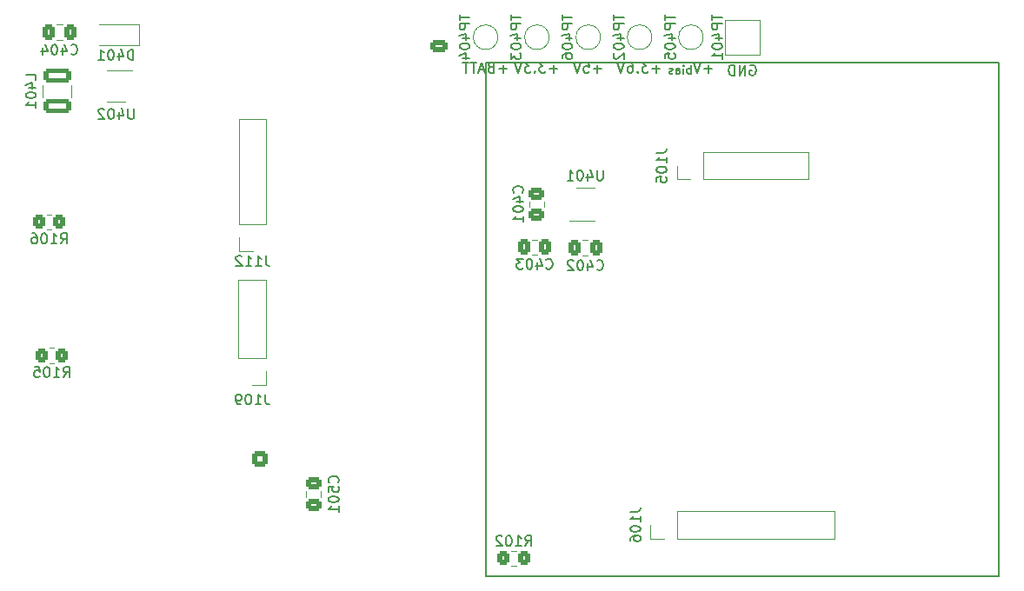
<source format=gbo>
G04 #@! TF.GenerationSoftware,KiCad,Pcbnew,6.0.6-1.fc36*
G04 #@! TF.CreationDate,2022-07-29T11:51:08+02:00*
G04 #@! TF.ProjectId,CosmicWatch-ventidue,436f736d-6963-4576-9174-63682d76656e,rev?*
G04 #@! TF.SameCoordinates,Original*
G04 #@! TF.FileFunction,Legend,Bot*
G04 #@! TF.FilePolarity,Positive*
%FSLAX46Y46*%
G04 Gerber Fmt 4.6, Leading zero omitted, Abs format (unit mm)*
G04 Created by KiCad (PCBNEW 6.0.6-1.fc36) date 2022-07-29 11:51:08*
%MOMM*%
%LPD*%
G01*
G04 APERTURE LIST*
G04 Aperture macros list*
%AMRoundRect*
0 Rectangle with rounded corners*
0 $1 Rounding radius*
0 $2 $3 $4 $5 $6 $7 $8 $9 X,Y pos of 4 corners*
0 Add a 4 corners polygon primitive as box body*
4,1,4,$2,$3,$4,$5,$6,$7,$8,$9,$2,$3,0*
0 Add four circle primitives for the rounded corners*
1,1,$1+$1,$2,$3*
1,1,$1+$1,$4,$5*
1,1,$1+$1,$6,$7*
1,1,$1+$1,$8,$9*
0 Add four rect primitives between the rounded corners*
20,1,$1+$1,$2,$3,$4,$5,0*
20,1,$1+$1,$4,$5,$6,$7,0*
20,1,$1+$1,$6,$7,$8,$9,0*
20,1,$1+$1,$8,$9,$2,$3,0*%
G04 Aperture macros list end*
%ADD10C,0.150000*%
%ADD11C,0.120000*%
%ADD12R,1.700000X1.700000*%
%ADD13O,1.700000X1.700000*%
%ADD14R,2.000000X2.000000*%
%ADD15C,2.000000*%
%ADD16C,1.308000*%
%ADD17C,1.258000*%
%ADD18C,1.208000*%
%ADD19RoundRect,0.250000X-0.625000X0.350000X-0.625000X-0.350000X0.625000X-0.350000X0.625000X0.350000X0*%
%ADD20O,1.750000X1.200000*%
%ADD21C,3.250000*%
%ADD22RoundRect,0.250500X-0.499500X-0.499500X0.499500X-0.499500X0.499500X0.499500X-0.499500X0.499500X0*%
%ADD23C,1.500000*%
%ADD24C,2.500000*%
%ADD25RoundRect,0.250000X-0.475000X0.337500X-0.475000X-0.337500X0.475000X-0.337500X0.475000X0.337500X0*%
%ADD26RoundRect,0.250000X-0.337500X-0.475000X0.337500X-0.475000X0.337500X0.475000X-0.337500X0.475000X0*%
%ADD27RoundRect,0.250000X0.337500X0.475000X-0.337500X0.475000X-0.337500X-0.475000X0.337500X-0.475000X0*%
%ADD28R,1.560000X0.650000*%
%ADD29R,2.000000X0.650000*%
%ADD30RoundRect,0.250000X-0.350000X-0.450000X0.350000X-0.450000X0.350000X0.450000X-0.350000X0.450000X0*%
%ADD31RoundRect,0.250001X1.074999X-0.462499X1.074999X0.462499X-1.074999X0.462499X-1.074999X-0.462499X0*%
%ADD32RoundRect,0.250000X0.475000X-0.337500X0.475000X0.337500X-0.475000X0.337500X-0.475000X-0.337500X0*%
%ADD33R,0.900000X1.200000*%
%ADD34RoundRect,0.250000X0.350000X0.450000X-0.350000X0.450000X-0.350000X-0.450000X0.350000X-0.450000X0*%
%ADD35R,3.000000X3.000000*%
G04 APERTURE END LIST*
D10*
X99000000Y-106000000D02*
X149000000Y-106000000D01*
X149000000Y-106000000D02*
X149000000Y-56000000D01*
X149000000Y-56000000D02*
X99000000Y-56000000D01*
X99000000Y-56000000D02*
X99000000Y-106000000D01*
X101071428Y-56571428D02*
X100309523Y-56571428D01*
X100690476Y-56952380D02*
X100690476Y-56190476D01*
X99500000Y-56428571D02*
X99357142Y-56476190D01*
X99309523Y-56523809D01*
X99261904Y-56619047D01*
X99261904Y-56761904D01*
X99309523Y-56857142D01*
X99357142Y-56904761D01*
X99452380Y-56952380D01*
X99833333Y-56952380D01*
X99833333Y-55952380D01*
X99500000Y-55952380D01*
X99404761Y-56000000D01*
X99357142Y-56047619D01*
X99309523Y-56142857D01*
X99309523Y-56238095D01*
X99357142Y-56333333D01*
X99404761Y-56380952D01*
X99500000Y-56428571D01*
X99833333Y-56428571D01*
X98880952Y-56666666D02*
X98404761Y-56666666D01*
X98976190Y-56952380D02*
X98642857Y-55952380D01*
X98309523Y-56952380D01*
X98119047Y-55952380D02*
X97547619Y-55952380D01*
X97833333Y-56952380D02*
X97833333Y-55952380D01*
X97357142Y-55952380D02*
X96785714Y-55952380D01*
X97071428Y-56952380D02*
X97071428Y-55952380D01*
X121047619Y-56571428D02*
X120285714Y-56571428D01*
X120666666Y-56952380D02*
X120666666Y-56190476D01*
X119952380Y-55952380D02*
X119619047Y-56952380D01*
X119285714Y-55952380D01*
X119000000Y-57061904D02*
X119000000Y-56261904D01*
X119000000Y-56566666D02*
X118923809Y-56528571D01*
X118771428Y-56528571D01*
X118695238Y-56566666D01*
X118657142Y-56604761D01*
X118619047Y-56680952D01*
X118619047Y-56909523D01*
X118657142Y-56985714D01*
X118695238Y-57023809D01*
X118771428Y-57061904D01*
X118923809Y-57061904D01*
X119000000Y-57023809D01*
X118276190Y-57061904D02*
X118276190Y-56528571D01*
X118276190Y-56261904D02*
X118314285Y-56300000D01*
X118276190Y-56338095D01*
X118238095Y-56300000D01*
X118276190Y-56261904D01*
X118276190Y-56338095D01*
X117552380Y-57061904D02*
X117552380Y-56642857D01*
X117590476Y-56566666D01*
X117666666Y-56528571D01*
X117819047Y-56528571D01*
X117895238Y-56566666D01*
X117552380Y-57023809D02*
X117628571Y-57061904D01*
X117819047Y-57061904D01*
X117895238Y-57023809D01*
X117933333Y-56947619D01*
X117933333Y-56871428D01*
X117895238Y-56795238D01*
X117819047Y-56757142D01*
X117628571Y-56757142D01*
X117552380Y-56719047D01*
X117209523Y-57023809D02*
X117133333Y-57061904D01*
X116980952Y-57061904D01*
X116904761Y-57023809D01*
X116866666Y-56947619D01*
X116866666Y-56909523D01*
X116904761Y-56833333D01*
X116980952Y-56795238D01*
X117095238Y-56795238D01*
X117171428Y-56757142D01*
X117209523Y-56680952D01*
X117209523Y-56642857D01*
X117171428Y-56566666D01*
X117095238Y-56528571D01*
X116980952Y-56528571D01*
X116904761Y-56566666D01*
X124761904Y-56250000D02*
X124857142Y-56202380D01*
X125000000Y-56202380D01*
X125142857Y-56250000D01*
X125238095Y-56345238D01*
X125285714Y-56440476D01*
X125333333Y-56630952D01*
X125333333Y-56773809D01*
X125285714Y-56964285D01*
X125238095Y-57059523D01*
X125142857Y-57154761D01*
X125000000Y-57202380D01*
X124904761Y-57202380D01*
X124761904Y-57154761D01*
X124714285Y-57107142D01*
X124714285Y-56773809D01*
X124904761Y-56773809D01*
X124285714Y-57202380D02*
X124285714Y-56202380D01*
X123714285Y-57202380D01*
X123714285Y-56202380D01*
X123238095Y-57202380D02*
X123238095Y-56202380D01*
X123000000Y-56202380D01*
X122857142Y-56250000D01*
X122761904Y-56345238D01*
X122714285Y-56440476D01*
X122666666Y-56630952D01*
X122666666Y-56773809D01*
X122714285Y-56964285D01*
X122761904Y-57059523D01*
X122857142Y-57154761D01*
X123000000Y-57202380D01*
X123238095Y-57202380D01*
X110285714Y-56571428D02*
X109523809Y-56571428D01*
X109904761Y-56952380D02*
X109904761Y-56190476D01*
X108571428Y-55952380D02*
X109047619Y-55952380D01*
X109095238Y-56428571D01*
X109047619Y-56380952D01*
X108952380Y-56333333D01*
X108714285Y-56333333D01*
X108619047Y-56380952D01*
X108571428Y-56428571D01*
X108523809Y-56523809D01*
X108523809Y-56761904D01*
X108571428Y-56857142D01*
X108619047Y-56904761D01*
X108714285Y-56952380D01*
X108952380Y-56952380D01*
X109047619Y-56904761D01*
X109095238Y-56857142D01*
X108238095Y-55952380D02*
X107904761Y-56952380D01*
X107571428Y-55952380D01*
X116000000Y-56571428D02*
X115238095Y-56571428D01*
X115619047Y-56952380D02*
X115619047Y-56190476D01*
X114857142Y-55952380D02*
X114238095Y-55952380D01*
X114571428Y-56333333D01*
X114428571Y-56333333D01*
X114333333Y-56380952D01*
X114285714Y-56428571D01*
X114238095Y-56523809D01*
X114238095Y-56761904D01*
X114285714Y-56857142D01*
X114333333Y-56904761D01*
X114428571Y-56952380D01*
X114714285Y-56952380D01*
X114809523Y-56904761D01*
X114857142Y-56857142D01*
X113809523Y-56857142D02*
X113761904Y-56904761D01*
X113809523Y-56952380D01*
X113857142Y-56904761D01*
X113809523Y-56857142D01*
X113809523Y-56952380D01*
X112904761Y-55952380D02*
X113095238Y-55952380D01*
X113190476Y-56000000D01*
X113238095Y-56047619D01*
X113333333Y-56190476D01*
X113380952Y-56380952D01*
X113380952Y-56761904D01*
X113333333Y-56857142D01*
X113285714Y-56904761D01*
X113190476Y-56952380D01*
X113000000Y-56952380D01*
X112904761Y-56904761D01*
X112857142Y-56857142D01*
X112809523Y-56761904D01*
X112809523Y-56523809D01*
X112857142Y-56428571D01*
X112904761Y-56380952D01*
X113000000Y-56333333D01*
X113190476Y-56333333D01*
X113285714Y-56380952D01*
X113333333Y-56428571D01*
X113380952Y-56523809D01*
X112523809Y-55952380D02*
X112190476Y-56952380D01*
X111857142Y-55952380D01*
X106000000Y-56571428D02*
X105238095Y-56571428D01*
X105619047Y-56952380D02*
X105619047Y-56190476D01*
X104857142Y-55952380D02*
X104238095Y-55952380D01*
X104571428Y-56333333D01*
X104428571Y-56333333D01*
X104333333Y-56380952D01*
X104285714Y-56428571D01*
X104238095Y-56523809D01*
X104238095Y-56761904D01*
X104285714Y-56857142D01*
X104333333Y-56904761D01*
X104428571Y-56952380D01*
X104714285Y-56952380D01*
X104809523Y-56904761D01*
X104857142Y-56857142D01*
X103809523Y-56857142D02*
X103761904Y-56904761D01*
X103809523Y-56952380D01*
X103857142Y-56904761D01*
X103809523Y-56857142D01*
X103809523Y-56952380D01*
X103428571Y-55952380D02*
X102809523Y-55952380D01*
X103142857Y-56333333D01*
X103000000Y-56333333D01*
X102904761Y-56380952D01*
X102857142Y-56428571D01*
X102809523Y-56523809D01*
X102809523Y-56761904D01*
X102857142Y-56857142D01*
X102904761Y-56904761D01*
X103000000Y-56952380D01*
X103285714Y-56952380D01*
X103380952Y-56904761D01*
X103428571Y-56857142D01*
X102523809Y-55952380D02*
X102190476Y-56952380D01*
X101857142Y-55952380D01*
X106454380Y-51285714D02*
X106454380Y-51857142D01*
X107454380Y-51571428D02*
X106454380Y-51571428D01*
X107454380Y-52190476D02*
X106454380Y-52190476D01*
X106454380Y-52571428D01*
X106502000Y-52666666D01*
X106549619Y-52714285D01*
X106644857Y-52761904D01*
X106787714Y-52761904D01*
X106882952Y-52714285D01*
X106930571Y-52666666D01*
X106978190Y-52571428D01*
X106978190Y-52190476D01*
X106787714Y-53619047D02*
X107454380Y-53619047D01*
X106406761Y-53380952D02*
X107121047Y-53142857D01*
X107121047Y-53761904D01*
X106454380Y-54333333D02*
X106454380Y-54428571D01*
X106502000Y-54523809D01*
X106549619Y-54571428D01*
X106644857Y-54619047D01*
X106835333Y-54666666D01*
X107073428Y-54666666D01*
X107263904Y-54619047D01*
X107359142Y-54571428D01*
X107406761Y-54523809D01*
X107454380Y-54428571D01*
X107454380Y-54333333D01*
X107406761Y-54238095D01*
X107359142Y-54190476D01*
X107263904Y-54142857D01*
X107073428Y-54095238D01*
X106835333Y-54095238D01*
X106644857Y-54142857D01*
X106549619Y-54190476D01*
X106502000Y-54238095D01*
X106454380Y-54333333D01*
X106454380Y-55523809D02*
X106454380Y-55333333D01*
X106502000Y-55238095D01*
X106549619Y-55190476D01*
X106692476Y-55095238D01*
X106882952Y-55047619D01*
X107263904Y-55047619D01*
X107359142Y-55095238D01*
X107406761Y-55142857D01*
X107454380Y-55238095D01*
X107454380Y-55428571D01*
X107406761Y-55523809D01*
X107359142Y-55571428D01*
X107263904Y-55619047D01*
X107025809Y-55619047D01*
X106930571Y-55571428D01*
X106882952Y-55523809D01*
X106835333Y-55428571D01*
X106835333Y-55238095D01*
X106882952Y-55142857D01*
X106930571Y-55095238D01*
X107025809Y-55047619D01*
X84607142Y-96880952D02*
X84654761Y-96833333D01*
X84702380Y-96690476D01*
X84702380Y-96595238D01*
X84654761Y-96452380D01*
X84559523Y-96357142D01*
X84464285Y-96309523D01*
X84273809Y-96261904D01*
X84130952Y-96261904D01*
X83940476Y-96309523D01*
X83845238Y-96357142D01*
X83750000Y-96452380D01*
X83702380Y-96595238D01*
X83702380Y-96690476D01*
X83750000Y-96833333D01*
X83797619Y-96880952D01*
X83702380Y-97785714D02*
X83702380Y-97309523D01*
X84178571Y-97261904D01*
X84130952Y-97309523D01*
X84083333Y-97404761D01*
X84083333Y-97642857D01*
X84130952Y-97738095D01*
X84178571Y-97785714D01*
X84273809Y-97833333D01*
X84511904Y-97833333D01*
X84607142Y-97785714D01*
X84654761Y-97738095D01*
X84702380Y-97642857D01*
X84702380Y-97404761D01*
X84654761Y-97309523D01*
X84607142Y-97261904D01*
X83702380Y-98452380D02*
X83702380Y-98547619D01*
X83750000Y-98642857D01*
X83797619Y-98690476D01*
X83892857Y-98738095D01*
X84083333Y-98785714D01*
X84321428Y-98785714D01*
X84511904Y-98738095D01*
X84607142Y-98690476D01*
X84654761Y-98642857D01*
X84702380Y-98547619D01*
X84702380Y-98452380D01*
X84654761Y-98357142D01*
X84607142Y-98309523D01*
X84511904Y-98261904D01*
X84321428Y-98214285D01*
X84083333Y-98214285D01*
X83892857Y-98261904D01*
X83797619Y-98309523D01*
X83750000Y-98357142D01*
X83702380Y-98452380D01*
X84702380Y-99738095D02*
X84702380Y-99166666D01*
X84702380Y-99452380D02*
X83702380Y-99452380D01*
X83845238Y-99357142D01*
X83940476Y-99261904D01*
X83988095Y-99166666D01*
X113082380Y-99714285D02*
X113796666Y-99714285D01*
X113939523Y-99666666D01*
X114034761Y-99571428D01*
X114082380Y-99428571D01*
X114082380Y-99333333D01*
X114082380Y-100714285D02*
X114082380Y-100142857D01*
X114082380Y-100428571D02*
X113082380Y-100428571D01*
X113225238Y-100333333D01*
X113320476Y-100238095D01*
X113368095Y-100142857D01*
X113082380Y-101333333D02*
X113082380Y-101428571D01*
X113130000Y-101523809D01*
X113177619Y-101571428D01*
X113272857Y-101619047D01*
X113463333Y-101666666D01*
X113701428Y-101666666D01*
X113891904Y-101619047D01*
X113987142Y-101571428D01*
X114034761Y-101523809D01*
X114082380Y-101428571D01*
X114082380Y-101333333D01*
X114034761Y-101238095D01*
X113987142Y-101190476D01*
X113891904Y-101142857D01*
X113701428Y-101095238D01*
X113463333Y-101095238D01*
X113272857Y-101142857D01*
X113177619Y-101190476D01*
X113130000Y-101238095D01*
X113082380Y-101333333D01*
X113082380Y-102523809D02*
X113082380Y-102333333D01*
X113130000Y-102238095D01*
X113177619Y-102190476D01*
X113320476Y-102095238D01*
X113510952Y-102047619D01*
X113891904Y-102047619D01*
X113987142Y-102095238D01*
X114034761Y-102142857D01*
X114082380Y-102238095D01*
X114082380Y-102428571D01*
X114034761Y-102523809D01*
X113987142Y-102571428D01*
X113891904Y-102619047D01*
X113653809Y-102619047D01*
X113558571Y-102571428D01*
X113510952Y-102523809D01*
X113463333Y-102428571D01*
X113463333Y-102238095D01*
X113510952Y-102142857D01*
X113558571Y-102095238D01*
X113653809Y-102047619D01*
X104894047Y-75987142D02*
X104941666Y-76034761D01*
X105084523Y-76082380D01*
X105179761Y-76082380D01*
X105322619Y-76034761D01*
X105417857Y-75939523D01*
X105465476Y-75844285D01*
X105513095Y-75653809D01*
X105513095Y-75510952D01*
X105465476Y-75320476D01*
X105417857Y-75225238D01*
X105322619Y-75130000D01*
X105179761Y-75082380D01*
X105084523Y-75082380D01*
X104941666Y-75130000D01*
X104894047Y-75177619D01*
X104036904Y-75415714D02*
X104036904Y-76082380D01*
X104275000Y-75034761D02*
X104513095Y-75749047D01*
X103894047Y-75749047D01*
X103322619Y-75082380D02*
X103227380Y-75082380D01*
X103132142Y-75130000D01*
X103084523Y-75177619D01*
X103036904Y-75272857D01*
X102989285Y-75463333D01*
X102989285Y-75701428D01*
X103036904Y-75891904D01*
X103084523Y-75987142D01*
X103132142Y-76034761D01*
X103227380Y-76082380D01*
X103322619Y-76082380D01*
X103417857Y-76034761D01*
X103465476Y-75987142D01*
X103513095Y-75891904D01*
X103560714Y-75701428D01*
X103560714Y-75463333D01*
X103513095Y-75272857D01*
X103465476Y-75177619D01*
X103417857Y-75130000D01*
X103322619Y-75082380D01*
X102655952Y-75082380D02*
X102036904Y-75082380D01*
X102370238Y-75463333D01*
X102227380Y-75463333D01*
X102132142Y-75510952D01*
X102084523Y-75558571D01*
X102036904Y-75653809D01*
X102036904Y-75891904D01*
X102084523Y-75987142D01*
X102132142Y-76034761D01*
X102227380Y-76082380D01*
X102513095Y-76082380D01*
X102608333Y-76034761D01*
X102655952Y-75987142D01*
X58619047Y-55107142D02*
X58666666Y-55154761D01*
X58809523Y-55202380D01*
X58904761Y-55202380D01*
X59047619Y-55154761D01*
X59142857Y-55059523D01*
X59190476Y-54964285D01*
X59238095Y-54773809D01*
X59238095Y-54630952D01*
X59190476Y-54440476D01*
X59142857Y-54345238D01*
X59047619Y-54250000D01*
X58904761Y-54202380D01*
X58809523Y-54202380D01*
X58666666Y-54250000D01*
X58619047Y-54297619D01*
X57761904Y-54535714D02*
X57761904Y-55202380D01*
X58000000Y-54154761D02*
X58238095Y-54869047D01*
X57619047Y-54869047D01*
X57047619Y-54202380D02*
X56952380Y-54202380D01*
X56857142Y-54250000D01*
X56809523Y-54297619D01*
X56761904Y-54392857D01*
X56714285Y-54583333D01*
X56714285Y-54821428D01*
X56761904Y-55011904D01*
X56809523Y-55107142D01*
X56857142Y-55154761D01*
X56952380Y-55202380D01*
X57047619Y-55202380D01*
X57142857Y-55154761D01*
X57190476Y-55107142D01*
X57238095Y-55011904D01*
X57285714Y-54821428D01*
X57285714Y-54583333D01*
X57238095Y-54392857D01*
X57190476Y-54297619D01*
X57142857Y-54250000D01*
X57047619Y-54202380D01*
X55857142Y-54535714D02*
X55857142Y-55202380D01*
X56095238Y-54154761D02*
X56333333Y-54869047D01*
X55714285Y-54869047D01*
X110426785Y-66452380D02*
X110426785Y-67261904D01*
X110379166Y-67357142D01*
X110331547Y-67404761D01*
X110236309Y-67452380D01*
X110045833Y-67452380D01*
X109950595Y-67404761D01*
X109902976Y-67357142D01*
X109855357Y-67261904D01*
X109855357Y-66452380D01*
X108950595Y-66785714D02*
X108950595Y-67452380D01*
X109188690Y-66404761D02*
X109426785Y-67119047D01*
X108807738Y-67119047D01*
X108236309Y-66452380D02*
X108141071Y-66452380D01*
X108045833Y-66500000D01*
X107998214Y-66547619D01*
X107950595Y-66642857D01*
X107902976Y-66833333D01*
X107902976Y-67071428D01*
X107950595Y-67261904D01*
X107998214Y-67357142D01*
X108045833Y-67404761D01*
X108141071Y-67452380D01*
X108236309Y-67452380D01*
X108331547Y-67404761D01*
X108379166Y-67357142D01*
X108426785Y-67261904D01*
X108474404Y-67071428D01*
X108474404Y-66833333D01*
X108426785Y-66642857D01*
X108379166Y-66547619D01*
X108331547Y-66500000D01*
X108236309Y-66452380D01*
X106950595Y-67452380D02*
X107522023Y-67452380D01*
X107236309Y-67452380D02*
X107236309Y-66452380D01*
X107331547Y-66595238D01*
X107426785Y-66690476D01*
X107522023Y-66738095D01*
X64754285Y-60452380D02*
X64754285Y-61261904D01*
X64706666Y-61357142D01*
X64659047Y-61404761D01*
X64563809Y-61452380D01*
X64373333Y-61452380D01*
X64278095Y-61404761D01*
X64230476Y-61357142D01*
X64182857Y-61261904D01*
X64182857Y-60452380D01*
X63278095Y-60785714D02*
X63278095Y-61452380D01*
X63516190Y-60404761D02*
X63754285Y-61119047D01*
X63135238Y-61119047D01*
X62563809Y-60452380D02*
X62468571Y-60452380D01*
X62373333Y-60500000D01*
X62325714Y-60547619D01*
X62278095Y-60642857D01*
X62230476Y-60833333D01*
X62230476Y-61071428D01*
X62278095Y-61261904D01*
X62325714Y-61357142D01*
X62373333Y-61404761D01*
X62468571Y-61452380D01*
X62563809Y-61452380D01*
X62659047Y-61404761D01*
X62706666Y-61357142D01*
X62754285Y-61261904D01*
X62801904Y-61071428D01*
X62801904Y-60833333D01*
X62754285Y-60642857D01*
X62706666Y-60547619D01*
X62659047Y-60500000D01*
X62563809Y-60452380D01*
X61849523Y-60547619D02*
X61801904Y-60500000D01*
X61706666Y-60452380D01*
X61468571Y-60452380D01*
X61373333Y-60500000D01*
X61325714Y-60547619D01*
X61278095Y-60642857D01*
X61278095Y-60738095D01*
X61325714Y-60880952D01*
X61897142Y-61452380D01*
X61278095Y-61452380D01*
X77560714Y-88272380D02*
X77560714Y-88986666D01*
X77608333Y-89129523D01*
X77703571Y-89224761D01*
X77846428Y-89272380D01*
X77941666Y-89272380D01*
X76560714Y-89272380D02*
X77132142Y-89272380D01*
X76846428Y-89272380D02*
X76846428Y-88272380D01*
X76941666Y-88415238D01*
X77036904Y-88510476D01*
X77132142Y-88558095D01*
X75941666Y-88272380D02*
X75846428Y-88272380D01*
X75751190Y-88320000D01*
X75703571Y-88367619D01*
X75655952Y-88462857D01*
X75608333Y-88653333D01*
X75608333Y-88891428D01*
X75655952Y-89081904D01*
X75703571Y-89177142D01*
X75751190Y-89224761D01*
X75846428Y-89272380D01*
X75941666Y-89272380D01*
X76036904Y-89224761D01*
X76084523Y-89177142D01*
X76132142Y-89081904D01*
X76179761Y-88891428D01*
X76179761Y-88653333D01*
X76132142Y-88462857D01*
X76084523Y-88367619D01*
X76036904Y-88320000D01*
X75941666Y-88272380D01*
X75132142Y-89272380D02*
X74941666Y-89272380D01*
X74846428Y-89224761D01*
X74798809Y-89177142D01*
X74703571Y-89034285D01*
X74655952Y-88843809D01*
X74655952Y-88462857D01*
X74703571Y-88367619D01*
X74751190Y-88320000D01*
X74846428Y-88272380D01*
X75036904Y-88272380D01*
X75132142Y-88320000D01*
X75179761Y-88367619D01*
X75227380Y-88462857D01*
X75227380Y-88700952D01*
X75179761Y-88796190D01*
X75132142Y-88843809D01*
X75036904Y-88891428D01*
X74846428Y-88891428D01*
X74751190Y-88843809D01*
X74703571Y-88796190D01*
X74655952Y-88700952D01*
X57619047Y-73602380D02*
X57952380Y-73126190D01*
X58190476Y-73602380D02*
X58190476Y-72602380D01*
X57809523Y-72602380D01*
X57714285Y-72650000D01*
X57666666Y-72697619D01*
X57619047Y-72792857D01*
X57619047Y-72935714D01*
X57666666Y-73030952D01*
X57714285Y-73078571D01*
X57809523Y-73126190D01*
X58190476Y-73126190D01*
X56666666Y-73602380D02*
X57238095Y-73602380D01*
X56952380Y-73602380D02*
X56952380Y-72602380D01*
X57047619Y-72745238D01*
X57142857Y-72840476D01*
X57238095Y-72888095D01*
X56047619Y-72602380D02*
X55952380Y-72602380D01*
X55857142Y-72650000D01*
X55809523Y-72697619D01*
X55761904Y-72792857D01*
X55714285Y-72983333D01*
X55714285Y-73221428D01*
X55761904Y-73411904D01*
X55809523Y-73507142D01*
X55857142Y-73554761D01*
X55952380Y-73602380D01*
X56047619Y-73602380D01*
X56142857Y-73554761D01*
X56190476Y-73507142D01*
X56238095Y-73411904D01*
X56285714Y-73221428D01*
X56285714Y-72983333D01*
X56238095Y-72792857D01*
X56190476Y-72697619D01*
X56142857Y-72650000D01*
X56047619Y-72602380D01*
X54857142Y-72602380D02*
X55047619Y-72602380D01*
X55142857Y-72650000D01*
X55190476Y-72697619D01*
X55285714Y-72840476D01*
X55333333Y-73030952D01*
X55333333Y-73411904D01*
X55285714Y-73507142D01*
X55238095Y-73554761D01*
X55142857Y-73602380D01*
X54952380Y-73602380D01*
X54857142Y-73554761D01*
X54809523Y-73507142D01*
X54761904Y-73411904D01*
X54761904Y-73173809D01*
X54809523Y-73078571D01*
X54857142Y-73030952D01*
X54952380Y-72983333D01*
X55142857Y-72983333D01*
X55238095Y-73030952D01*
X55285714Y-73078571D01*
X55333333Y-73173809D01*
X96454380Y-51285714D02*
X96454380Y-51857142D01*
X97454380Y-51571428D02*
X96454380Y-51571428D01*
X97454380Y-52190476D02*
X96454380Y-52190476D01*
X96454380Y-52571428D01*
X96502000Y-52666666D01*
X96549619Y-52714285D01*
X96644857Y-52761904D01*
X96787714Y-52761904D01*
X96882952Y-52714285D01*
X96930571Y-52666666D01*
X96978190Y-52571428D01*
X96978190Y-52190476D01*
X96787714Y-53619047D02*
X97454380Y-53619047D01*
X96406761Y-53380952D02*
X97121047Y-53142857D01*
X97121047Y-53761904D01*
X96454380Y-54333333D02*
X96454380Y-54428571D01*
X96502000Y-54523809D01*
X96549619Y-54571428D01*
X96644857Y-54619047D01*
X96835333Y-54666666D01*
X97073428Y-54666666D01*
X97263904Y-54619047D01*
X97359142Y-54571428D01*
X97406761Y-54523809D01*
X97454380Y-54428571D01*
X97454380Y-54333333D01*
X97406761Y-54238095D01*
X97359142Y-54190476D01*
X97263904Y-54142857D01*
X97073428Y-54095238D01*
X96835333Y-54095238D01*
X96644857Y-54142857D01*
X96549619Y-54190476D01*
X96502000Y-54238095D01*
X96454380Y-54333333D01*
X96787714Y-55523809D02*
X97454380Y-55523809D01*
X96406761Y-55285714D02*
X97121047Y-55047619D01*
X97121047Y-55666666D01*
X101454380Y-51285714D02*
X101454380Y-51857142D01*
X102454380Y-51571428D02*
X101454380Y-51571428D01*
X102454380Y-52190476D02*
X101454380Y-52190476D01*
X101454380Y-52571428D01*
X101502000Y-52666666D01*
X101549619Y-52714285D01*
X101644857Y-52761904D01*
X101787714Y-52761904D01*
X101882952Y-52714285D01*
X101930571Y-52666666D01*
X101978190Y-52571428D01*
X101978190Y-52190476D01*
X101787714Y-53619047D02*
X102454380Y-53619047D01*
X101406761Y-53380952D02*
X102121047Y-53142857D01*
X102121047Y-53761904D01*
X101454380Y-54333333D02*
X101454380Y-54428571D01*
X101502000Y-54523809D01*
X101549619Y-54571428D01*
X101644857Y-54619047D01*
X101835333Y-54666666D01*
X102073428Y-54666666D01*
X102263904Y-54619047D01*
X102359142Y-54571428D01*
X102406761Y-54523809D01*
X102454380Y-54428571D01*
X102454380Y-54333333D01*
X102406761Y-54238095D01*
X102359142Y-54190476D01*
X102263904Y-54142857D01*
X102073428Y-54095238D01*
X101835333Y-54095238D01*
X101644857Y-54142857D01*
X101549619Y-54190476D01*
X101502000Y-54238095D01*
X101454380Y-54333333D01*
X101454380Y-55000000D02*
X101454380Y-55619047D01*
X101835333Y-55285714D01*
X101835333Y-55428571D01*
X101882952Y-55523809D01*
X101930571Y-55571428D01*
X102025809Y-55619047D01*
X102263904Y-55619047D01*
X102359142Y-55571428D01*
X102406761Y-55523809D01*
X102454380Y-55428571D01*
X102454380Y-55142857D01*
X102406761Y-55047619D01*
X102359142Y-55000000D01*
X55202380Y-57630952D02*
X55202380Y-57154761D01*
X54202380Y-57154761D01*
X54535714Y-58392857D02*
X55202380Y-58392857D01*
X54154761Y-58154761D02*
X54869047Y-57916666D01*
X54869047Y-58535714D01*
X54202380Y-59107142D02*
X54202380Y-59202380D01*
X54250000Y-59297619D01*
X54297619Y-59345238D01*
X54392857Y-59392857D01*
X54583333Y-59440476D01*
X54821428Y-59440476D01*
X55011904Y-59392857D01*
X55107142Y-59345238D01*
X55154761Y-59297619D01*
X55202380Y-59202380D01*
X55202380Y-59107142D01*
X55154761Y-59011904D01*
X55107142Y-58964285D01*
X55011904Y-58916666D01*
X54821428Y-58869047D01*
X54583333Y-58869047D01*
X54392857Y-58916666D01*
X54297619Y-58964285D01*
X54250000Y-59011904D01*
X54202380Y-59107142D01*
X55202380Y-60392857D02*
X55202380Y-59821428D01*
X55202380Y-60107142D02*
X54202380Y-60107142D01*
X54345238Y-60011904D01*
X54440476Y-59916666D01*
X54488095Y-59821428D01*
X116454380Y-51285714D02*
X116454380Y-51857142D01*
X117454380Y-51571428D02*
X116454380Y-51571428D01*
X117454380Y-52190476D02*
X116454380Y-52190476D01*
X116454380Y-52571428D01*
X116502000Y-52666666D01*
X116549619Y-52714285D01*
X116644857Y-52761904D01*
X116787714Y-52761904D01*
X116882952Y-52714285D01*
X116930571Y-52666666D01*
X116978190Y-52571428D01*
X116978190Y-52190476D01*
X116787714Y-53619047D02*
X117454380Y-53619047D01*
X116406761Y-53380952D02*
X117121047Y-53142857D01*
X117121047Y-53761904D01*
X116454380Y-54333333D02*
X116454380Y-54428571D01*
X116502000Y-54523809D01*
X116549619Y-54571428D01*
X116644857Y-54619047D01*
X116835333Y-54666666D01*
X117073428Y-54666666D01*
X117263904Y-54619047D01*
X117359142Y-54571428D01*
X117406761Y-54523809D01*
X117454380Y-54428571D01*
X117454380Y-54333333D01*
X117406761Y-54238095D01*
X117359142Y-54190476D01*
X117263904Y-54142857D01*
X117073428Y-54095238D01*
X116835333Y-54095238D01*
X116644857Y-54142857D01*
X116549619Y-54190476D01*
X116502000Y-54238095D01*
X116454380Y-54333333D01*
X116454380Y-55571428D02*
X116454380Y-55095238D01*
X116930571Y-55047619D01*
X116882952Y-55095238D01*
X116835333Y-55190476D01*
X116835333Y-55428571D01*
X116882952Y-55523809D01*
X116930571Y-55571428D01*
X117025809Y-55619047D01*
X117263904Y-55619047D01*
X117359142Y-55571428D01*
X117406761Y-55523809D01*
X117454380Y-55428571D01*
X117454380Y-55190476D01*
X117406761Y-55095238D01*
X117359142Y-55047619D01*
X57869047Y-86602380D02*
X58202380Y-86126190D01*
X58440476Y-86602380D02*
X58440476Y-85602380D01*
X58059523Y-85602380D01*
X57964285Y-85650000D01*
X57916666Y-85697619D01*
X57869047Y-85792857D01*
X57869047Y-85935714D01*
X57916666Y-86030952D01*
X57964285Y-86078571D01*
X58059523Y-86126190D01*
X58440476Y-86126190D01*
X56916666Y-86602380D02*
X57488095Y-86602380D01*
X57202380Y-86602380D02*
X57202380Y-85602380D01*
X57297619Y-85745238D01*
X57392857Y-85840476D01*
X57488095Y-85888095D01*
X56297619Y-85602380D02*
X56202380Y-85602380D01*
X56107142Y-85650000D01*
X56059523Y-85697619D01*
X56011904Y-85792857D01*
X55964285Y-85983333D01*
X55964285Y-86221428D01*
X56011904Y-86411904D01*
X56059523Y-86507142D01*
X56107142Y-86554761D01*
X56202380Y-86602380D01*
X56297619Y-86602380D01*
X56392857Y-86554761D01*
X56440476Y-86507142D01*
X56488095Y-86411904D01*
X56535714Y-86221428D01*
X56535714Y-85983333D01*
X56488095Y-85792857D01*
X56440476Y-85697619D01*
X56392857Y-85650000D01*
X56297619Y-85602380D01*
X55059523Y-85602380D02*
X55535714Y-85602380D01*
X55583333Y-86078571D01*
X55535714Y-86030952D01*
X55440476Y-85983333D01*
X55202380Y-85983333D01*
X55107142Y-86030952D01*
X55059523Y-86078571D01*
X55011904Y-86173809D01*
X55011904Y-86411904D01*
X55059523Y-86507142D01*
X55107142Y-86554761D01*
X55202380Y-86602380D01*
X55440476Y-86602380D01*
X55535714Y-86554761D01*
X55583333Y-86507142D01*
X109831547Y-76107142D02*
X109879166Y-76154761D01*
X110022023Y-76202380D01*
X110117261Y-76202380D01*
X110260119Y-76154761D01*
X110355357Y-76059523D01*
X110402976Y-75964285D01*
X110450595Y-75773809D01*
X110450595Y-75630952D01*
X110402976Y-75440476D01*
X110355357Y-75345238D01*
X110260119Y-75250000D01*
X110117261Y-75202380D01*
X110022023Y-75202380D01*
X109879166Y-75250000D01*
X109831547Y-75297619D01*
X108974404Y-75535714D02*
X108974404Y-76202380D01*
X109212500Y-75154761D02*
X109450595Y-75869047D01*
X108831547Y-75869047D01*
X108260119Y-75202380D02*
X108164880Y-75202380D01*
X108069642Y-75250000D01*
X108022023Y-75297619D01*
X107974404Y-75392857D01*
X107926785Y-75583333D01*
X107926785Y-75821428D01*
X107974404Y-76011904D01*
X108022023Y-76107142D01*
X108069642Y-76154761D01*
X108164880Y-76202380D01*
X108260119Y-76202380D01*
X108355357Y-76154761D01*
X108402976Y-76107142D01*
X108450595Y-76011904D01*
X108498214Y-75821428D01*
X108498214Y-75583333D01*
X108450595Y-75392857D01*
X108402976Y-75297619D01*
X108355357Y-75250000D01*
X108260119Y-75202380D01*
X107545833Y-75297619D02*
X107498214Y-75250000D01*
X107402976Y-75202380D01*
X107164880Y-75202380D01*
X107069642Y-75250000D01*
X107022023Y-75297619D01*
X106974404Y-75392857D01*
X106974404Y-75488095D01*
X107022023Y-75630952D01*
X107593452Y-76202380D01*
X106974404Y-76202380D01*
X102569642Y-68630952D02*
X102617261Y-68583333D01*
X102664880Y-68440476D01*
X102664880Y-68345238D01*
X102617261Y-68202380D01*
X102522023Y-68107142D01*
X102426785Y-68059523D01*
X102236309Y-68011904D01*
X102093452Y-68011904D01*
X101902976Y-68059523D01*
X101807738Y-68107142D01*
X101712500Y-68202380D01*
X101664880Y-68345238D01*
X101664880Y-68440476D01*
X101712500Y-68583333D01*
X101760119Y-68630952D01*
X101998214Y-69488095D02*
X102664880Y-69488095D01*
X101617261Y-69250000D02*
X102331547Y-69011904D01*
X102331547Y-69630952D01*
X101664880Y-70202380D02*
X101664880Y-70297619D01*
X101712500Y-70392857D01*
X101760119Y-70440476D01*
X101855357Y-70488095D01*
X102045833Y-70535714D01*
X102283928Y-70535714D01*
X102474404Y-70488095D01*
X102569642Y-70440476D01*
X102617261Y-70392857D01*
X102664880Y-70297619D01*
X102664880Y-70202380D01*
X102617261Y-70107142D01*
X102569642Y-70059523D01*
X102474404Y-70011904D01*
X102283928Y-69964285D01*
X102045833Y-69964285D01*
X101855357Y-70011904D01*
X101760119Y-70059523D01*
X101712500Y-70107142D01*
X101664880Y-70202380D01*
X102664880Y-71488095D02*
X102664880Y-70916666D01*
X102664880Y-71202380D02*
X101664880Y-71202380D01*
X101807738Y-71107142D01*
X101902976Y-71011904D01*
X101950595Y-70916666D01*
X111454380Y-51285714D02*
X111454380Y-51857142D01*
X112454380Y-51571428D02*
X111454380Y-51571428D01*
X112454380Y-52190476D02*
X111454380Y-52190476D01*
X111454380Y-52571428D01*
X111502000Y-52666666D01*
X111549619Y-52714285D01*
X111644857Y-52761904D01*
X111787714Y-52761904D01*
X111882952Y-52714285D01*
X111930571Y-52666666D01*
X111978190Y-52571428D01*
X111978190Y-52190476D01*
X111787714Y-53619047D02*
X112454380Y-53619047D01*
X111406761Y-53380952D02*
X112121047Y-53142857D01*
X112121047Y-53761904D01*
X111454380Y-54333333D02*
X111454380Y-54428571D01*
X111502000Y-54523809D01*
X111549619Y-54571428D01*
X111644857Y-54619047D01*
X111835333Y-54666666D01*
X112073428Y-54666666D01*
X112263904Y-54619047D01*
X112359142Y-54571428D01*
X112406761Y-54523809D01*
X112454380Y-54428571D01*
X112454380Y-54333333D01*
X112406761Y-54238095D01*
X112359142Y-54190476D01*
X112263904Y-54142857D01*
X112073428Y-54095238D01*
X111835333Y-54095238D01*
X111644857Y-54142857D01*
X111549619Y-54190476D01*
X111502000Y-54238095D01*
X111454380Y-54333333D01*
X111549619Y-55047619D02*
X111502000Y-55095238D01*
X111454380Y-55190476D01*
X111454380Y-55428571D01*
X111502000Y-55523809D01*
X111549619Y-55571428D01*
X111644857Y-55619047D01*
X111740095Y-55619047D01*
X111882952Y-55571428D01*
X112454380Y-55000000D01*
X112454380Y-55619047D01*
X64690476Y-55702380D02*
X64690476Y-54702380D01*
X64452380Y-54702380D01*
X64309523Y-54750000D01*
X64214285Y-54845238D01*
X64166666Y-54940476D01*
X64119047Y-55130952D01*
X64119047Y-55273809D01*
X64166666Y-55464285D01*
X64214285Y-55559523D01*
X64309523Y-55654761D01*
X64452380Y-55702380D01*
X64690476Y-55702380D01*
X63261904Y-55035714D02*
X63261904Y-55702380D01*
X63500000Y-54654761D02*
X63738095Y-55369047D01*
X63119047Y-55369047D01*
X62547619Y-54702380D02*
X62452380Y-54702380D01*
X62357142Y-54750000D01*
X62309523Y-54797619D01*
X62261904Y-54892857D01*
X62214285Y-55083333D01*
X62214285Y-55321428D01*
X62261904Y-55511904D01*
X62309523Y-55607142D01*
X62357142Y-55654761D01*
X62452380Y-55702380D01*
X62547619Y-55702380D01*
X62642857Y-55654761D01*
X62690476Y-55607142D01*
X62738095Y-55511904D01*
X62785714Y-55321428D01*
X62785714Y-55083333D01*
X62738095Y-54892857D01*
X62690476Y-54797619D01*
X62642857Y-54750000D01*
X62547619Y-54702380D01*
X61261904Y-55702380D02*
X61833333Y-55702380D01*
X61547619Y-55702380D02*
X61547619Y-54702380D01*
X61642857Y-54845238D01*
X61738095Y-54940476D01*
X61833333Y-54988095D01*
X102869047Y-103052380D02*
X103202380Y-102576190D01*
X103440476Y-103052380D02*
X103440476Y-102052380D01*
X103059523Y-102052380D01*
X102964285Y-102100000D01*
X102916666Y-102147619D01*
X102869047Y-102242857D01*
X102869047Y-102385714D01*
X102916666Y-102480952D01*
X102964285Y-102528571D01*
X103059523Y-102576190D01*
X103440476Y-102576190D01*
X101916666Y-103052380D02*
X102488095Y-103052380D01*
X102202380Y-103052380D02*
X102202380Y-102052380D01*
X102297619Y-102195238D01*
X102392857Y-102290476D01*
X102488095Y-102338095D01*
X101297619Y-102052380D02*
X101202380Y-102052380D01*
X101107142Y-102100000D01*
X101059523Y-102147619D01*
X101011904Y-102242857D01*
X100964285Y-102433333D01*
X100964285Y-102671428D01*
X101011904Y-102861904D01*
X101059523Y-102957142D01*
X101107142Y-103004761D01*
X101202380Y-103052380D01*
X101297619Y-103052380D01*
X101392857Y-103004761D01*
X101440476Y-102957142D01*
X101488095Y-102861904D01*
X101535714Y-102671428D01*
X101535714Y-102433333D01*
X101488095Y-102242857D01*
X101440476Y-102147619D01*
X101392857Y-102100000D01*
X101297619Y-102052380D01*
X100583333Y-102147619D02*
X100535714Y-102100000D01*
X100440476Y-102052380D01*
X100202380Y-102052380D01*
X100107142Y-102100000D01*
X100059523Y-102147619D01*
X100011904Y-102242857D01*
X100011904Y-102338095D01*
X100059523Y-102480952D01*
X100630952Y-103052380D01*
X100011904Y-103052380D01*
X115632380Y-64739285D02*
X116346666Y-64739285D01*
X116489523Y-64691666D01*
X116584761Y-64596428D01*
X116632380Y-64453571D01*
X116632380Y-64358333D01*
X116632380Y-65739285D02*
X116632380Y-65167857D01*
X116632380Y-65453571D02*
X115632380Y-65453571D01*
X115775238Y-65358333D01*
X115870476Y-65263095D01*
X115918095Y-65167857D01*
X115632380Y-66358333D02*
X115632380Y-66453571D01*
X115680000Y-66548809D01*
X115727619Y-66596428D01*
X115822857Y-66644047D01*
X116013333Y-66691666D01*
X116251428Y-66691666D01*
X116441904Y-66644047D01*
X116537142Y-66596428D01*
X116584761Y-66548809D01*
X116632380Y-66453571D01*
X116632380Y-66358333D01*
X116584761Y-66263095D01*
X116537142Y-66215476D01*
X116441904Y-66167857D01*
X116251428Y-66120238D01*
X116013333Y-66120238D01*
X115822857Y-66167857D01*
X115727619Y-66215476D01*
X115680000Y-66263095D01*
X115632380Y-66358333D01*
X115632380Y-67596428D02*
X115632380Y-67120238D01*
X116108571Y-67072619D01*
X116060952Y-67120238D01*
X116013333Y-67215476D01*
X116013333Y-67453571D01*
X116060952Y-67548809D01*
X116108571Y-67596428D01*
X116203809Y-67644047D01*
X116441904Y-67644047D01*
X116537142Y-67596428D01*
X116584761Y-67548809D01*
X116632380Y-67453571D01*
X116632380Y-67215476D01*
X116584761Y-67120238D01*
X116537142Y-67072619D01*
X77585714Y-74782380D02*
X77585714Y-75496666D01*
X77633333Y-75639523D01*
X77728571Y-75734761D01*
X77871428Y-75782380D01*
X77966666Y-75782380D01*
X76585714Y-75782380D02*
X77157142Y-75782380D01*
X76871428Y-75782380D02*
X76871428Y-74782380D01*
X76966666Y-74925238D01*
X77061904Y-75020476D01*
X77157142Y-75068095D01*
X75633333Y-75782380D02*
X76204761Y-75782380D01*
X75919047Y-75782380D02*
X75919047Y-74782380D01*
X76014285Y-74925238D01*
X76109523Y-75020476D01*
X76204761Y-75068095D01*
X75252380Y-74877619D02*
X75204761Y-74830000D01*
X75109523Y-74782380D01*
X74871428Y-74782380D01*
X74776190Y-74830000D01*
X74728571Y-74877619D01*
X74680952Y-74972857D01*
X74680952Y-75068095D01*
X74728571Y-75210952D01*
X75300000Y-75782380D01*
X74680952Y-75782380D01*
X121054380Y-51285714D02*
X121054380Y-51857142D01*
X122054380Y-51571428D02*
X121054380Y-51571428D01*
X122054380Y-52190476D02*
X121054380Y-52190476D01*
X121054380Y-52571428D01*
X121102000Y-52666666D01*
X121149619Y-52714285D01*
X121244857Y-52761904D01*
X121387714Y-52761904D01*
X121482952Y-52714285D01*
X121530571Y-52666666D01*
X121578190Y-52571428D01*
X121578190Y-52190476D01*
X121387714Y-53619047D02*
X122054380Y-53619047D01*
X121006761Y-53380952D02*
X121721047Y-53142857D01*
X121721047Y-53761904D01*
X121054380Y-54333333D02*
X121054380Y-54428571D01*
X121102000Y-54523809D01*
X121149619Y-54571428D01*
X121244857Y-54619047D01*
X121435333Y-54666666D01*
X121673428Y-54666666D01*
X121863904Y-54619047D01*
X121959142Y-54571428D01*
X122006761Y-54523809D01*
X122054380Y-54428571D01*
X122054380Y-54333333D01*
X122006761Y-54238095D01*
X121959142Y-54190476D01*
X121863904Y-54142857D01*
X121673428Y-54095238D01*
X121435333Y-54095238D01*
X121244857Y-54142857D01*
X121149619Y-54190476D01*
X121102000Y-54238095D01*
X121054380Y-54333333D01*
X122054380Y-55619047D02*
X122054380Y-55047619D01*
X122054380Y-55333333D02*
X121054380Y-55333333D01*
X121197238Y-55238095D01*
X121292476Y-55142857D01*
X121340095Y-55047619D01*
D11*
X110200000Y-53500000D02*
G75*
G03*
X110200000Y-53500000I-1200000J0D01*
G01*
X81515000Y-97738748D02*
X81515000Y-98261252D01*
X82985000Y-97738748D02*
X82985000Y-98261252D01*
X115070000Y-101000000D02*
X115070000Y-102330000D01*
X132970000Y-99670000D02*
X132970000Y-102330000D01*
X117670000Y-99670000D02*
X117670000Y-102330000D01*
X117670000Y-99670000D02*
X132970000Y-99670000D01*
X117670000Y-102330000D02*
X132970000Y-102330000D01*
X115070000Y-102330000D02*
X116400000Y-102330000D01*
X103513748Y-74685000D02*
X104036252Y-74685000D01*
X103513748Y-73215000D02*
X104036252Y-73215000D01*
X57761252Y-53735000D02*
X57238748Y-53735000D01*
X57761252Y-52265000D02*
X57238748Y-52265000D01*
X107812500Y-68140000D02*
X109612500Y-68140000D01*
X109612500Y-71360000D02*
X107162500Y-71360000D01*
X62160000Y-56740000D02*
X64590000Y-56740000D01*
X63920000Y-59810000D02*
X62160000Y-59810000D01*
X74945000Y-84780000D02*
X74945000Y-77100000D01*
X74945000Y-77100000D02*
X77605000Y-77100000D01*
X77605000Y-87380000D02*
X77605000Y-86050000D01*
X74945000Y-84780000D02*
X77605000Y-84780000D01*
X76275000Y-87380000D02*
X77605000Y-87380000D01*
X77605000Y-84780000D02*
X77605000Y-77100000D01*
X56272936Y-72235000D02*
X56727064Y-72235000D01*
X56272936Y-70765000D02*
X56727064Y-70765000D01*
X100200000Y-53500000D02*
G75*
G03*
X100200000Y-53500000I-1200000J0D01*
G01*
X105200000Y-53500000D02*
G75*
G03*
X105200000Y-53500000I-1200000J0D01*
G01*
X55890000Y-59352064D02*
X55890000Y-58147936D01*
X58610000Y-59352064D02*
X58610000Y-58147936D01*
X120200000Y-53500000D02*
G75*
G03*
X120200000Y-53500000I-1200000J0D01*
G01*
X56522936Y-83765000D02*
X56977064Y-83765000D01*
X56522936Y-85235000D02*
X56977064Y-85235000D01*
X108973752Y-74735000D02*
X108451248Y-74735000D01*
X108973752Y-73265000D02*
X108451248Y-73265000D01*
X103227500Y-70011252D02*
X103227500Y-69488748D01*
X104697500Y-70011252D02*
X104697500Y-69488748D01*
X115200000Y-53500000D02*
G75*
G03*
X115200000Y-53500000I-1200000J0D01*
G01*
X65250000Y-54250000D02*
X61350000Y-54250000D01*
X65250000Y-52250000D02*
X61350000Y-52250000D01*
X65250000Y-52250000D02*
X65250000Y-54250000D01*
X101977064Y-103515000D02*
X101522936Y-103515000D01*
X101977064Y-104985000D02*
X101522936Y-104985000D01*
X120220000Y-67355000D02*
X130440000Y-67355000D01*
X130440000Y-64695000D02*
X130440000Y-67355000D01*
X120220000Y-64695000D02*
X120220000Y-67355000D01*
X117620000Y-66025000D02*
X117620000Y-67355000D01*
X120220000Y-64695000D02*
X130440000Y-64695000D01*
X117620000Y-67355000D02*
X118950000Y-67355000D01*
X74970000Y-71730000D02*
X77630000Y-71730000D01*
X77630000Y-71730000D02*
X77630000Y-61510000D01*
X74970000Y-74330000D02*
X76300000Y-74330000D01*
X74970000Y-71730000D02*
X74970000Y-61510000D01*
X74970000Y-73000000D02*
X74970000Y-74330000D01*
X74970000Y-61510000D02*
X77630000Y-61510000D01*
X122300000Y-51800000D02*
X122300000Y-55200000D01*
X125700000Y-51800000D02*
X122300000Y-51800000D01*
X122300000Y-55200000D02*
X125700000Y-55200000D01*
X125700000Y-55200000D02*
X125700000Y-51800000D01*
%LPC*%
D12*
X94275000Y-106000000D03*
D13*
X94275000Y-103460000D03*
X94275000Y-100920000D03*
X94275000Y-98380000D03*
X94275000Y-95840000D03*
X94275000Y-93300000D03*
X94275000Y-90760000D03*
D12*
X86290000Y-53250000D03*
D13*
X83750000Y-53250000D03*
X81210000Y-53250000D03*
X78670000Y-53250000D03*
X76130000Y-53250000D03*
D12*
X116380000Y-61000000D03*
D13*
X118920000Y-61000000D03*
X121460000Y-61000000D03*
X124000000Y-61000000D03*
X126540000Y-61000000D03*
X129080000Y-61000000D03*
X131620000Y-61000000D03*
D14*
X105500000Y-104120785D03*
D15*
X105500000Y-99120785D03*
D16*
X68120000Y-107170000D03*
X68120000Y-104630000D03*
X68120000Y-102090000D03*
X68120000Y-99550000D03*
X68120000Y-74150000D03*
X52880000Y-104630000D03*
X63040000Y-63990000D03*
X68120000Y-97010000D03*
X68120000Y-94470000D03*
D17*
X65070000Y-103360000D03*
D16*
X68120000Y-91930000D03*
X68120000Y-89390000D03*
X68120000Y-86850000D03*
X68120000Y-84310000D03*
X68120000Y-81770000D03*
X68120000Y-79230000D03*
X68120000Y-76690000D03*
X52880000Y-76690000D03*
X52880000Y-79230000D03*
X52880000Y-81770000D03*
X52880000Y-84310000D03*
X52880000Y-86850000D03*
X52880000Y-89390000D03*
X52880000Y-91930000D03*
X52880000Y-94470000D03*
X52880000Y-97010000D03*
X52880000Y-99550000D03*
X52880000Y-102090000D03*
X68120000Y-71610000D03*
X68120000Y-69070000D03*
X68120000Y-66530000D03*
X68120000Y-63990000D03*
X68120000Y-61450000D03*
X68120000Y-58910000D03*
X68120000Y-56370000D03*
X68120000Y-53830000D03*
X68120000Y-51290000D03*
X52880000Y-51290000D03*
X52880000Y-53830000D03*
X52880000Y-56370000D03*
X52880000Y-58910000D03*
X52880000Y-61450000D03*
X52880000Y-63990000D03*
X52880000Y-66530000D03*
X52880000Y-69070000D03*
X52880000Y-71610000D03*
D17*
X65070000Y-98280000D03*
X65070000Y-100820000D03*
D16*
X68120000Y-109710000D03*
X52880000Y-74150000D03*
X52880000Y-107170000D03*
X60500000Y-63990000D03*
D18*
X57330000Y-94740000D03*
X57330000Y-96740000D03*
D16*
X55420000Y-63990000D03*
X57960000Y-63990000D03*
D18*
X55330000Y-96740000D03*
X55330000Y-94740000D03*
X59330000Y-94740000D03*
X59330000Y-96740000D03*
D17*
X65070000Y-95740000D03*
X65070000Y-93200000D03*
D16*
X65580000Y-63990000D03*
X52880000Y-109710000D03*
X55420000Y-107170000D03*
D12*
X118950000Y-96225000D03*
D13*
X121490000Y-96225000D03*
X124030000Y-96225000D03*
X126570000Y-96225000D03*
X129110000Y-96225000D03*
D19*
X94450000Y-54400000D03*
D20*
X94450000Y-56400000D03*
D12*
X94285786Y-80512893D03*
D13*
X94285786Y-77972893D03*
X94285786Y-75432893D03*
X94285786Y-72892893D03*
X94285786Y-70352893D03*
X94285786Y-67812893D03*
D21*
X75785000Y-100900000D03*
X87215000Y-100900000D03*
D22*
X77055000Y-94550000D03*
D23*
X78325000Y-92010000D03*
X79595000Y-94550000D03*
X80865000Y-92010000D03*
X82135000Y-94550000D03*
X83405000Y-92010000D03*
X84675000Y-94550000D03*
X85945000Y-92010000D03*
X75175000Y-105980000D03*
X77715000Y-104280000D03*
X85285000Y-105980000D03*
X87825000Y-104280000D03*
D24*
X89375000Y-97850000D03*
X73625000Y-97850000D03*
D15*
X109000000Y-53500000D03*
D25*
X82250000Y-96962500D03*
X82250000Y-99037500D03*
D12*
X116400000Y-101000000D03*
D13*
X118940000Y-101000000D03*
X121480000Y-101000000D03*
X124020000Y-101000000D03*
X126560000Y-101000000D03*
X129100000Y-101000000D03*
X131640000Y-101000000D03*
D26*
X102737500Y-73950000D03*
X104812500Y-73950000D03*
D27*
X58537500Y-53000000D03*
X56462500Y-53000000D03*
D28*
X107362500Y-70700000D03*
X107362500Y-69750000D03*
X107362500Y-68800000D03*
X110062500Y-68800000D03*
X110062500Y-70700000D03*
D29*
X64750000Y-57300000D03*
X64750000Y-58250000D03*
X64750000Y-59200000D03*
X61330000Y-59200000D03*
X61330000Y-58250000D03*
X61330000Y-57300000D03*
D12*
X76275000Y-86050000D03*
D13*
X76275000Y-83510000D03*
X76275000Y-80970000D03*
X76275000Y-78430000D03*
D30*
X55500000Y-71500000D03*
X57500000Y-71500000D03*
D15*
X99000000Y-53500000D03*
X104000000Y-53500000D03*
D31*
X57250000Y-60237500D03*
X57250000Y-57262500D03*
D15*
X119000000Y-53500000D03*
D30*
X55750000Y-84500000D03*
X57750000Y-84500000D03*
D27*
X109750000Y-74000000D03*
X107675000Y-74000000D03*
D32*
X103962500Y-70787500D03*
X103962500Y-68712500D03*
D15*
X114000000Y-53500000D03*
D33*
X64650000Y-53250000D03*
X61350000Y-53250000D03*
D34*
X102750000Y-104250000D03*
X100750000Y-104250000D03*
D12*
X118950000Y-66025000D03*
D13*
X121490000Y-66025000D03*
X124030000Y-66025000D03*
X126570000Y-66025000D03*
X129110000Y-66025000D03*
D12*
X76300000Y-73000000D03*
D13*
X76300000Y-70460000D03*
X76300000Y-67920000D03*
X76300000Y-65380000D03*
X76300000Y-62840000D03*
D35*
X124000000Y-53500000D03*
M02*

</source>
